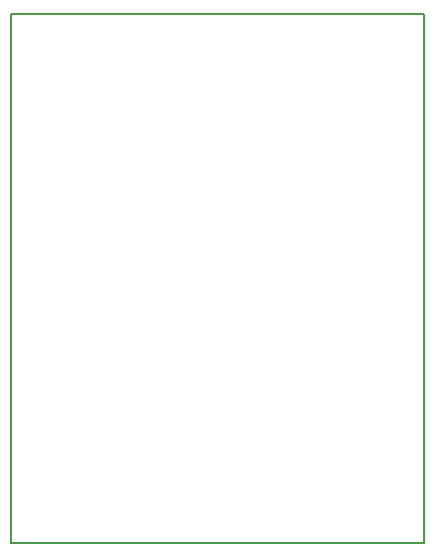
<source format=gm1>
G04 #@! TF.GenerationSoftware,KiCad,Pcbnew,5.1.5*
G04 #@! TF.CreationDate,2020-04-17T15:55:13+02:00*
G04 #@! TF.ProjectId,eco_measurement_ina226,65636f5f-6d65-4617-9375-72656d656e74,rev?*
G04 #@! TF.SameCoordinates,Original*
G04 #@! TF.FileFunction,Profile,NP*
%FSLAX46Y46*%
G04 Gerber Fmt 4.6, Leading zero omitted, Abs format (unit mm)*
G04 Created by KiCad (PCBNEW 5.1.5) date 2020-04-17 15:55:13*
%MOMM*%
%LPD*%
G04 APERTURE LIST*
%ADD10C,0.150000*%
G04 APERTURE END LIST*
D10*
X131021100Y-127383600D02*
X165981100Y-127383600D01*
X165981100Y-127383600D02*
X165981100Y-82623600D01*
X165981100Y-82623600D02*
X131021100Y-82623600D01*
X131021100Y-82623600D02*
X131021100Y-127383600D01*
M02*

</source>
